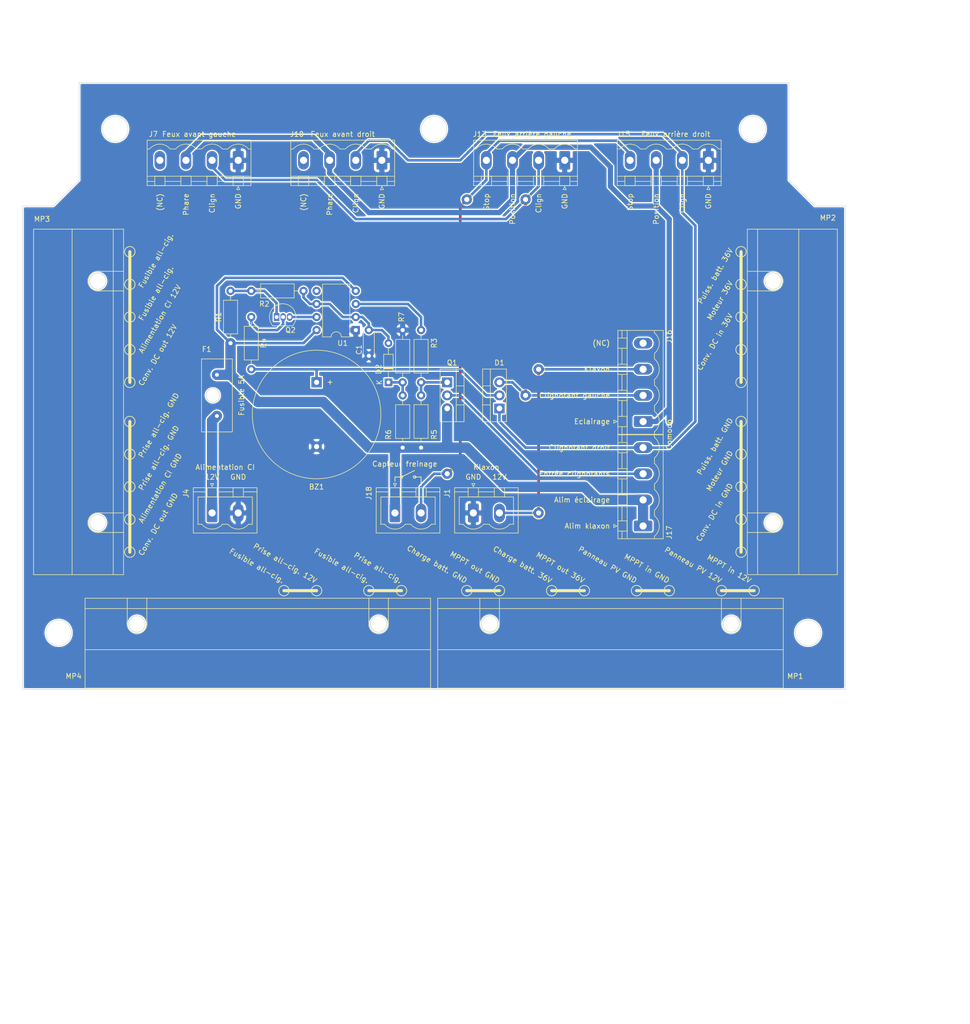
<source format=kicad_pcb>
(kicad_pcb (version 20211014) (generator pcbnew)

  (general
    (thickness 1.6)
  )

  (paper "A4")
  (layers
    (0 "F.Cu" signal)
    (31 "B.Cu" signal)
    (32 "B.Adhes" user "B.Adhesive")
    (33 "F.Adhes" user "F.Adhesive")
    (34 "B.Paste" user)
    (35 "F.Paste" user)
    (36 "B.SilkS" user "B.Silkscreen")
    (37 "F.SilkS" user "F.Silkscreen")
    (38 "B.Mask" user)
    (39 "F.Mask" user)
    (40 "Dwgs.User" user "User.Drawings")
    (41 "Cmts.User" user "User.Comments")
    (42 "Eco1.User" user "User.Eco1")
    (43 "Eco2.User" user "User.Eco2")
    (44 "Edge.Cuts" user)
    (45 "Margin" user)
    (46 "B.CrtYd" user "B.Courtyard")
    (47 "F.CrtYd" user "F.Courtyard")
    (48 "B.Fab" user)
    (49 "F.Fab" user)
    (50 "User.1" user)
    (51 "User.2" user)
    (52 "User.3" user)
    (53 "User.4" user)
    (54 "User.5" user)
    (55 "User.6" user)
    (56 "User.7" user)
    (57 "User.8" user)
    (58 "User.9" user)
  )

  (setup
    (stackup
      (layer "F.SilkS" (type "Top Silk Screen"))
      (layer "F.Paste" (type "Top Solder Paste"))
      (layer "F.Mask" (type "Top Solder Mask") (thickness 0.01))
      (layer "F.Cu" (type "copper") (thickness 0.035))
      (layer "dielectric 1" (type "core") (thickness 1.51) (material "FR4") (epsilon_r 4.5) (loss_tangent 0.02))
      (layer "B.Cu" (type "copper") (thickness 0.035))
      (layer "B.Mask" (type "Bottom Solder Mask") (thickness 0.01))
      (layer "B.Paste" (type "Bottom Solder Paste"))
      (layer "B.SilkS" (type "Bottom Silk Screen"))
      (copper_finish "None")
      (dielectric_constraints no)
    )
    (pad_to_mask_clearance 0)
    (pcbplotparams
      (layerselection 0x00010e0_ffffffff)
      (disableapertmacros false)
      (usegerberextensions false)
      (usegerberattributes true)
      (usegerberadvancedattributes true)
      (creategerberjobfile true)
      (svguseinch false)
      (svgprecision 6)
      (excludeedgelayer true)
      (plotframeref false)
      (viasonmask false)
      (mode 1)
      (useauxorigin false)
      (hpglpennumber 1)
      (hpglpenspeed 20)
      (hpglpendiameter 15.000000)
      (dxfpolygonmode true)
      (dxfimperialunits true)
      (dxfusepcbnewfont true)
      (psnegative false)
      (psa4output false)
      (plotreference true)
      (plotvalue true)
      (plotinvisibletext false)
      (sketchpadsonfab false)
      (subtractmaskfromsilk false)
      (outputformat 1)
      (mirror false)
      (drillshape 0)
      (scaleselection 1)
      (outputdirectory "")
    )
  )

  (net 0 "")
  (net 1 "GND")
  (net 2 "Net-(F1-Pad2)")
  (net 3 "Net-(D1-Pad1)")
  (net 4 "unconnected-(J7-Pad4)")
  (net 5 "unconnected-(J10-Pad4)")
  (net 6 "/Phares")
  (net 7 "Net-(J13-Pad4)")
  (net 8 "Net-(J1-Pad2)")
  (net 9 "/Flasher/Out")
  (net 10 "unconnected-(J17-Pad4)")
  (net 11 "/12V_5A")
  (net 12 "Net-(Q1-Pad1)")
  (net 13 "Net-(C1-Pad1)")
  (net 14 "Net-(D1-Pad3)")
  (net 15 "Net-(Q2-Pad1)")
  (net 16 "unconnected-(U1-Pad5)")
  (net 17 "Net-(Q2-Pad2)")
  (net 18 "/Flasher/Enable")
  (net 19 "Net-(Q2-Pad3)")
  (net 20 "Net-(R3-Pad1)")
  (net 21 "Net-(D2-Pad1)")

  (footprint "circuit:Wago_221-500_SplicingConnectorHolder" (layer "F.Cu") (at 94.615 85.09 90))

  (footprint "circuit:Buzzer_25x16_12.5" (layer "F.Cu") (at 137.16 81.28 -90))

  (footprint "circuit:Strap_D2.0mm_Drill1.0mm" (layer "F.Cu") (at 177.8 45.72))

  (footprint "circuit:Wago_221-500_SplicingConnectorHolder" (layer "F.Cu") (at 125.73 128.27 180))

  (footprint "circuit:Littelfuse_FuseHolder_FL1_178.6764.0001" (layer "F.Cu") (at 117.78 83.82 -90))

  (footprint "circuit:Generic_HeaderSocket_1x02_P5.08mm_Vertical_Open" (layer "F.Cu") (at 116.84 106.68))

  (footprint "Resistor_THT:R_Axial_DIN0207_L6.3mm_D2.5mm_P10.16mm_Horizontal" (layer "F.Cu") (at 157.48 71.12 -90))

  (footprint "circuit:Generic_HeaderSocket_1x04_P5.08mm_Vertical_Open" (layer "F.Cu") (at 185.42 38.1 180))

  (footprint "Package_DIP:DIP-8_W7.62mm" (layer "F.Cu") (at 144.78 71.12 180))

  (footprint "circuit:Strap_D2.0mm_Drill1.0mm" (layer "F.Cu") (at 177.8 83.82))

  (footprint "circuit:Strap_D2.0mm_Drill1.0mm" (layer "F.Cu") (at 180.34 106.68))

  (footprint "circuit:Generic_HeaderSocket_1x04_P5.08mm_Vertical_Open" (layer "F.Cu") (at 213.36 38.1 180))

  (footprint "Package_TO_SOT_THT:TO-220-3_Vertical" (layer "F.Cu") (at 172.72 86.36 90))

  (footprint "Package_TO_SOT_THT:TO-92L_Inline" (layer "F.Cu") (at 129.38 68.58))

  (footprint "circuit:Generic_HeaderSocket_1x04_P5.08mm_Vertical_Open" (layer "F.Cu") (at 121.92 38.1 180))

  (footprint "Resistor_THT:R_Axial_DIN0207_L6.3mm_D2.5mm_P10.16mm_Horizontal" (layer "F.Cu") (at 153.9 81.28 90))

  (footprint "circuit:Generic_HeaderSocket_1x04_P5.08mm_Vertical_Open" (layer "F.Cu") (at 200.66 109.22 90))

  (footprint "Resistor_THT:R_Axial_DIN0207_L6.3mm_D2.5mm_P10.16mm_Horizontal" (layer "F.Cu") (at 157.48 93.98 90))

  (footprint "circuit:Wago_221-500_SplicingConnectorHolder" (layer "F.Cu") (at 225.933 85.09 -90))

  (footprint "Resistor_THT:R_Axial_DIN0207_L6.3mm_D2.5mm_P10.16mm_Horizontal" (layer "F.Cu") (at 124.46 68.58 -90))

  (footprint "Resistor_THT:R_Axial_DIN0207_L6.3mm_D2.5mm_P10.16mm_Horizontal" (layer "F.Cu") (at 153.9 93.99 90))

  (footprint "circuit:Strap_D2.0mm_Drill1.0mm" (layer "F.Cu") (at 162.56 99.06))

  (footprint "Resistor_THT:R_Axial_DIN0207_L6.3mm_D2.5mm_P10.16mm_Horizontal" (layer "F.Cu") (at 120.42 73.66 90))

  (footprint "Resistor_THT:R_Axial_DIN0207_L6.3mm_D2.5mm_P10.16mm_Horizontal" (layer "F.Cu") (at 124.46 63.5))

  (footprint "circuit:Strap_D2.0mm_Drill1.0mm" (layer "F.Cu") (at 180.34 78.74))

  (footprint "Capacitor_THT:C_Disc_D4.3mm_W1.9mm_P5.00mm" (layer "F.Cu") (at 147.32 71.12 -90))

  (footprint "circuit:Strap_D2.0mm_Drill1.0mm" (layer "F.Cu") (at 166.37 45.72))

  (footprint "circuit:Generic_HeaderSocket_1x02_P5.08mm_Vertical_Open" (layer "F.Cu") (at 167.64 106.68))

  (footprint "circuit:Wago_221-500_SplicingConnectorHolder" (layer "F.Cu") (at 194.31 128.27 180))

  (footprint "circuit:Generic_HeaderSocket_1x02_P5.08mm_Vertical_Open" (layer "F.Cu") (at 152.4 106.68))

  (footprint "circuit:Generic_HeaderSocket_1x04_P5.08mm_Vertical_Open" (layer "F.Cu") (at 200.66 88.9 90))

  (footprint "Package_TO_SOT_THT:TO-220-3_Vertical" (layer "F.Cu") (at 162.56 81.28 -90))

  (footprint "circuit:Generic_HeaderSocket_1x04_P5.08mm_Vertical_Open" (layer "F.Cu") (at 149.86 38.1 180))

  (footprint "Diode_THT:D_DO-34_SOD68_P7.62mm_Horizontal" (layer "F.Cu") (at 151.13 81.28 90))

  (gr_circle (center 219.71 55.88) (end 219.71 56.896) (layer "F.SilkS") (width 0.15) (fill none) (tstamp 00cc452e-ba96-4e88-af55-18733b4ebc37))
  (gr_line (start 153.67 99.695) (end 156.21 98.425) (layer "F.SilkS") (width 0.15) (tstamp 037ebb6b-c1e3-482d-a0fb-4947fbe14174))
  (gr_circle (center 222.25 121.793) (end 223.266 121.793) (layer "F.SilkS") (width 0.15) (fill none) (tstamp 055fcf87-c6aa-4d3a-b430-5d09e34b74e5))
  (gr_circle (center 100.838 95.25) (end 100.838 96.266) (layer "F.SilkS") (width 0.15) (fill none) (tstamp 0b32eb5e-cf7d-4f91-a80b-b69cb363145f))
  (gr_circle (center 100.838 68.58) (end 100.838 69.596) (layer "F.SilkS") (width 0.15) (fill none) (tstamp 0d55e7a3-dc43-43c6-9a9a-2009d8d31a46))
  (gr_circle (center 219.71 114.3) (end 219.71 115.316) (layer "F.SilkS") (width 0.15) (fill none) (tstamp 0e0ef8f7-8f11-42c6-a45f-df3b4592f844))
  (gr_circle (center 100.838 88.9) (end 100.838 89.916) (layer "F.SilkS") (width 0.15) (fill none) (tstamp 1c60a30a-615f-448b-a49b-d8cc700366e8))
  (gr_circle (center 219.71 68.58) (end 219.71 69.596) (layer "F.SilkS") (width 0.15) (fill none) (tstamp 1eb217a3-880e-4df2-9811-286c14ac7f74))
  (gr_circle (center 100.838 62.23) (end 100.838 63.246) (layer "F.SilkS") (width 0.15) (fill none) (tstamp 21c33e54-0519-410a-b68d-8ed076ea3b1e))
  (gr_circle (center 219.71 107.95) (end 219.71 108.966) (layer "F.SilkS") (width 0.15) (fill none) (tstamp 22f715ec-100a-4c8e-ab3e-fe94307aa39f))
  (gr_line (start 152.4 99.695) (end 153.67 99.695) (layer "F.SilkS") (width 0.15) (tstamp 2665a517-cfa8-4700-85c7-f742ee9f908d))
  (gr_line (start 219.71 114.3) (end 219.71 88.9) (layer "F.SilkS") (width 0.6) (tstamp 267ab17e-424b-4c5b-bf96-65deaaa5db5d))
  (gr_line (start 166.37 121.793) (end 172.72 121.793) (layer "F.SilkS") (width 0.6) (tstamp 276e2239-1b6d-4c52-a207-9385ed3216ee))
  (gr_circle (center 199.39 121.793) (end 199.39 122.809) (layer "F.SilkS") (width 0.15) (fill none) (tstamp 30a29d66-4141-4259-8081-d6952d8bac58))
  (gr_line (start 152.4 100.584) (end 152.4 99.695) (layer "F.SilkS") (width 0.15) (tstamp 317163f5-2dcf-44f7-ad22-042c6ecaf6a0))
  (gr_circle (center 219.71 88.9) (end 219.71 89.916) (layer "F.SilkS") (width 0.15) (fill none) (tstamp 3415d0f1-a5ec-4da2-977b-59cdf177a34e))
  (gr_circle (center 153.67 99.695) (end 153.67 99.949) (layer "F.SilkS") (width 0.15) (fill none) (tstamp 3ba68855-4f8b-4d02-b57a-7a757e623ac6))
  (gr_line (start 157.48 101.346) (end 157.48 99.695) (layer "F.SilkS") (width 0.15) (tstamp 4884cbfa-0b58-4e04-88a2-8b0679a49cfe))
  (gr_circle (center 172.72 121.793) (end 173.736 121.793) (layer "F.SilkS") (width 0.15) (fill none) (tstamp 4ae8d5b6-ac5e-42d2-b8f3-c8cc021daa80))
  (gr_circle (center 100.838 74.93) (end 100.838 75.946) (layer "F.SilkS") (width 0.15) (fill none) (tstamp 51e3ee0a-facb-4db4-9532-340a50f8f1f2))
  (gr_circle (center 205.74 121.793) (end 206.756 121.793) (layer "F.SilkS") (width 0.15) (fill none) (tstamp 556aaf9d-07f6-43f6-8fc0-4e9785c941f1))
  (gr_circle (center 100.838 114.3) (end 100.838 115.316) (layer "F.SilkS") (width 0.15) (fill none) (tstamp 5bf0cce5-0f16-48e1-8027-73d52d0770a7))
  (gr_line (start 156.21 99.695) (end 157.48 99.695) (layer "F.SilkS") (width 0.15) (tstamp 64594d5f-3d87-4b12-b761-9dd43370d25f))
  (gr_line (start 100.838 114.3) (end 100.838 88.9) (layer "F.SilkS") (width 0.6) (tstamp 6880ab3e-a6aa-4a14-9152-a9eb9358d1fc))
  (gr_circle (center 153.67 121.793) (end 154.686 121.793) (layer "F.SilkS") (width 0.15) (fill none) (tstamp 6a0bff84-e9d8-41a3-aabe-ad4db7905799))
  (gr_circle (center 156.21 99.695) (end 156.21 99.949) (layer "F.SilkS") (width 0.15) (fill none) (tstamp 70832878-fccb-4304-88d0-2e6b8d58c95c))
  (gr_line (start 130.81 121.793) (end 137.16 121.793) (layer "F.SilkS") (width 0.6) (tstamp 762ff740-3b01-4bc8-872a-9874ec8e35e1))
  (gr_circle (center 219.71 74.93) (end 219.71 75.946) (layer "F.SilkS") (width 0.15) (fill none) (tstamp 82d429c8-e93d-4f0a-b38e-c4998fc025d4))
  (gr_circle (center 219.71 101.6) (end 219.71 102.616) (layer "F.SilkS") (width 0.15) (fill none) (tstamp 8c73b2a6-3a37-44e3-a20a-4d59420eda58))
  (gr_circle (center 137.16 121.793) (end 138.176 121.793) (layer "F.SilkS") (width 0.15) (fill none) (tstamp 8c76b169-ab5a-4294-b011-8cc6dbfede52))
  (gr_line (start 147.32 121.793) (end 153.67 121.793) (layer "F.SilkS") (width 0.6) (tstamp 91be0c4d-31d3-4e82-bf1f-77f12a0724d3))
  (gr_circle (center 100.838 81.28) (end 100.838 82.296) (layer "F.SilkS") (width 0.15) (fill none) (tstamp 92debe54-aa60-4d78-93c4-7bed450025c3))
  (gr_circle (center 182.88 121.793) (end 182.88 122.809) (layer "F.SilkS") (width 0.15) (fill none) (tstamp 9e269d91-7d17-4c00-b467-153271320d02))
  (gr_line (start 199.39 121.793) (end 205.74 121.793) (layer "F.SilkS") (width 0.6) (tstamp 9f5f49d5-5120-4673-b032-f8b828707780))
  (gr_circle (center 219.71 81.28) (end 219.71 82.296) (layer "F.SilkS") (width 0.15) (fill none) (tstamp ae522db0-de0e-46c6-a5db-2a3e5dc1e2c8))
  (gr_line (start 182.88 121.793) (end 189.23 121.793) (layer "F.SilkS") (width 0.6) (tstamp b9dd1e64-81b6-4cb3-a41a-714927a1f651))
  (gr_line (start 215.9 121.793) (end 222.25 121.793) (layer "F.SilkS") (width 0.6) (tstamp bd1578a3-4a14-4bd9-bd84-0de04e146746))
  (gr_line (start 219.71 81.28) (end 219.71 55.88) (layer "F.SilkS") (width 0.6) (tstamp c385224b-423f-40f8-919d-7bb5706505b4))
  (gr_circle (center 100.838 55.88) (end 100.838 56.896) (layer "F.SilkS") (width 0.15) (fill none) (tstamp c52275f8-949a-4fec-91e2-a5d4834b2abf))
  (gr_circle (center 189.23 121.793) (end 190.246 121.793) (layer "F.SilkS") (width 0.15) (fill none) (tstamp c623ebf3-b72b-47a6-99f0-44d878243028))
  (gr_circle (center 147.32 121.793) (end 147.32 122.809) (layer "F.SilkS") (width 0.15) (fill none) (tstamp d76ff1a7-35b0-4008-84bc-2c8ee966a14c))
  (gr_circle (center 219.71 95.25) (end 219.71 96.266) (layer "F.SilkS") (width 0.15) (fill none) (tstamp dd06bd11-c251-457b-b962-c3f96bc19116))
  (gr_circle (center 100.838 107.95) (end 100.838 108.966) (layer "F.SilkS") (width 0.15) (fill none) (tstamp e0a52752-2d8f-477c-9516-b9400a50c85b))
  (gr_line (start 100.838 81.28) (end 100.838 55.88) (layer "F.SilkS") (width 0.6) (tstamp e16a7896-6132-41a2-88b1-6a30824e02f1))
  (gr_circle (center 219.71 62.23) (end 219.71 63.246) (layer "F.SilkS") (width 0.15) (fill none) (tstamp e613b6cd-fa9d-4fee-b77c-739df61b24e7))
  (gr_circle (center 130.81 121.793) (end 130.81 122.809) (layer "F.SilkS") (width 0.15) (fill none) (tstamp ec541a50-51a5-45b4-bd93-6dc3c5da4675))
  (gr_circle (center 166.37 121.793) (end 166.37 122.809) (layer "F.SilkS") (width 0.15) (fill none) (tstamp f896295d-a092-487a-b396-fb2265acf685))
  (gr_circle (center 215.9 121.793) (end 215.9 122.809) (layer "F.SilkS") (width 0.15) (fill none) (tstamp f96da55c-37fd-441a-97cf-2faa4effb06f))
  (gr_circle (center 100.838 101.6) (end 100.838 102.616) (layer "F.SilkS") (width 0.15) (fill none) (tstamp ff786ef8-333e-498b-b6d9-09fa2cc3b86f))
  (gr_line (start 80 141) (end 240 141) (layer "Edge.Cuts") (width 0.1) (tstamp 0653d88d-1431-47ec-b679-ea373d096b5c))
  (gr_line (start 91 42) (end 86 47) (layer "Edge.Cuts") (width 0.1) (tstamp 20031590-d6a9-4d4d-aeb2-12d6c03d848d))
  (gr_line (start 80 47) (end 80 141) (layer "Edge.Cuts") (width 0.1) (tstamp 309b270e-f689-4205-9d34-2966e857793a))
  (gr_circle (center 87 130) (end 89.5 130) (layer "Edge.Cuts") (width 0.1) (fill none) (tstamp 43cf023a-673f-4b08-b14a-43b91729bb37))
  (gr_line (start 86 47) (end 80 47) (layer "Edge.Cuts") (width 0.1) (tstamp 67fc2518-2259-460f-b3b5-dc49255b47ce))
  (gr_circle (center 222 32) (end 224.5 32) (layer "Edge.Cuts") (width 0.1) (fill none) (tstamp 7c84e804-2669-48e9-8498-0ddf9cef9af0))
  (gr_line (start 240 141) (end 240 47) (layer "Edge.Cuts") (width 0.1) (tstamp 835448c7-ec80-4766-a6c1-a5a582a55684))
  (gr_circle (center 160 32) (end 162.5 32) (layer "Edge.Cuts") (width 0.1) (fill none) (tstamp 92154e08-d994-48f9-9e8c-d5dd06f6c221))
  (gr_circle (center 232.75 130) (end 235.25 130) (layer "Edge.Cuts") (width 0.1) (fill none) (tstamp b2b82a23-b42f-4ec9-8661-2a738d992aa5))
  (gr_line (start 229 42) (end 229 23) (layer "Edge.Cuts") (width 0.1) (tstamp bc28053b-c624-471c-bafd-fe221ed3a78b))
  (gr_line (start 240 47) (end 234 47) (layer "Edge.Cuts") (width 0.1) (tstamp dc7f8437-4519-40a8-853e-b8c64fff5080))
  (gr_line (start 234 47) (end 229 42) (layer "Edge.Cuts") (width 0.1) (tstamp df39f544-6a68-4dec-9837-3610e712e7fc))
  (gr_line (start 91 23) (end 91 42) (layer "Edge.Cuts") (width 0.1) (tstamp e7d07347-8f92-4757-b77d-096737c09350))
  (gr_circle (center 98 32) (end 100.5 32) (layer "Edge.Cuts") (width 0.1) (fill none) (tstamp ecd44fcf-7600-4862-8d5d-c0c911b04b7f))
  (gr_line (start 229 23) (end 91 23) (layer "Edge.Cuts") (width 0.1) (tstamp f1732b78-e412-478b-a411-26b6d186de6e))
  (gr_circle (center 87 155) (end 91.25 155) (layer "User.1") (width 0.15) (fill none) (tstamp 0f5c4b30-c0ff-4ea9-8609-d16608af6988))
  (gr_circle (center 135 32) (end 137.5 32) (layer "User.1") (width 0.15) (fill none) (tstamp 0f919cdd-a5f3-4b85-a8b8-f7065671d670))
  (gr_circle (center 87 155) (end 89.5 155) (layer "User.1") (width 0.15) (fill none) (tstamp 1187039d-a799-4aed-80bb-8527df2487de))
  (gr_line (start 242 43) (end 242 163) (layer "User.1") (width 0.15) (tstamp 1239a899-2d86-437c-a7c6-a45c750b797b))
  (gr_circle (center 232.75 105) (end 235.25 105) (layer "User.1") (width 0.15) (fill none) (tstamp 1a01cc57-ad0b-4768-9efd-187cae7f663b))
  (gr_line (start 90 21) (end 90 36) (layer "User.1") (width 0.15) (tstamp 1a205cc7-d510-4f63-9e52-660d5e978809))
  (gr_circle (center 87 105) (end 91.25 105) (layer "User.1") (width 0.15) (fill none) (tstamp 1a78e0d8-e7a6-4444-9d43-305bebf0cf56))
  (gr_circle (center 160 32) (end 162.5 32) (layer "User.1") (width 0.15) (fill none) (tstamp 264f73fc-8dd8-4ffe-b620-caf2bcdd322e))
  (gr_circle (center 222 32) (end 224.5 32) (layer "User.1") (width 0.15) (fill none) (tstamp 2b112852-55b9-41a2-a3ef-e24676023acd))
  (gr_circle (center 87 180) (end 91.25 180) (layer "User.1") (width 0.15) (fill none) (tstamp 4204a84a-3d76-439d-8018-f4a035974e78))
  (gr_circle (center 87 130) (end 91.25 130) (layer "User.1") (width 0.15) (fill none) (tstamp 44005962-93be-4e03-8c07-87281a28b9fb))
  (gr_line (start 83 43) (end 78 43) (layer "User.1") (width 0.15) (tstamp 48e1d1b8-ab30-404d-aefc-b1a414460db6))
  (gr_line (start 78 43) (end 78 188) (layer "User.1") (width 0.15) (tstamp 4a3f2107-acc7-4455-bbbc-54a90e7549f4))
  (gr_line (start 90 21) (end 230 21) (layer "User.1") (width 0.15) (tstamp 4f3a241b-e1fa-44ba-995d-472ab6a8a7da))
  (gr_circle (center 87 180) (end 89.5 180) (layer "User.1") (width 0.15) (fill none) (tstamp 5911e315-9086-4ea4-b100-a6cc3b412ae5))
  (gr_arc (start 90 36) (mid 87.949747 40.949747) (end 83 43) (layer "User.1") (width 0.15) (tstamp 62208b62-981d-42be-898b-3543ec11d659))
  (gr_circle (center 160 32) (end 164.25 32) (layer "User.1") (width 0.15) (fill none) (tstamp 658f95df-7b3b-48f7-be1d-684044b56f9f))
  (gr_line (start 230 21) (end 230 36) (layer "User.1") (width 0.15) (tstamp 6692528d-58f8-4b01-ac3c-7651e6ca5eea))
  (gr_circle (center 232.75 80) (end 235.25 80) (layer "User.1") (width 0.15) (fill none) (tstamp 75826842-2327-4882-af6a-114172afc13b))
  (gr_circle (center 232.75 155) (end 235.25 155) (layer "User.1") (width 0.15) (fill none) (tstamp 8dccfcf9-b88f-41aa-b66b-945685b832c3))
  (gr_circle (center 87 80) (end 91.25 80) (layer "User.1") (width 0.15) (fill none) (tstamp a741b79d-ac66-48a9-a0da-f739ddfced6a))
  (gr_circle (center 185 32) (end 187.5 32) (layer "User.1") (width 0.15) (fill none) (tstamp aac84f6c-2493-4c35-9477-e988a1ece973))
  (gr_circle (center 98 32) (end 100.5 32) (layer "User.1") (width 0.15) (fill none) (tstamp ae61a4b0-e515-44a3-92b6-f5d1dcc89944))
  (gr_circle (center 98 32) (end 102.25 32) (layer "User.1") (width 0.15) (fill none) (tstamp b09ec139-0651-49b2-a3a3-6395ebbac469))
  (gr_circle (center 87 105) (end 89.5 105) (layer "User.1") (width 0.15) (fill none) (tstamp b12fbd96-ec89-40f3-8ea6-7be107c04398))
  (gr_line (start 160 7) (end 160 206) (layer "User.1") (width 0.15) (tstamp b6eb511e-f5bb-477b-b69e-50bd8fb100ce))
  (gr_circle (center 232.75 130) (end 235.25 130) (layer "User.1") (width 0.15) (fill none) (tstamp c1525c32-1058-4cf5-aa1a-e138a5a4b5b2))
  (gr_line (start 237 43) (end 242 43) (layer "User.1") (width 0.15) (tstamp c73c8e13-2851-4594-a8a7-840c2e0784c7))
  (gr_circle (center 87 130) (end 89.5 130) (layer "User.1") (width 0.15) (fill none) (tstamp d113f4b7-e73f-41bc-816a-0266cd4f8b6f))
  (gr_circle (center 232.75 130) (end 237 130) (layer "User.1") (width 0.15) (fill none) (tstamp d1e346f7-67b2-4e96-9643-bb89e93d9347))
  (gr_circle (center 232.75 155) (end 237 155) (layer "User.1") (width 0.15) (fill none) (tstamp d60b1a57-bfdf-46a1-9f32-9d7351a4f600))
  (gr_circle (center 222 32) (end 226.25 32) (layer "User.1") (width 0.15) (fill none) (tstamp dd04b9a4-26a8-441a-adfc-8ac57ccb3efe))
  (gr_circle (center 185 32) (end 189.25 32) (layer "User.1") (width 0.15) (fill none) (tstamp e1049270-13c8-4f71-b883-047d43869287))
  (gr_arc (start 237 43) (mid 232.050253 40.949747) (end 230 36) (layer "User.1") (width 0.15) (tstamp e18936a6-6e7e-40af-b712-e6e714d4b524))
  (gr_circle (center 232.75 105) (end 237 105) (layer "User.1") (width 0.15) (fill none) (tstamp e7ec4d15-a00e-4bef-8318-ce0ae032ba25))
  (gr_circle (center 232.75 80) (end 237 80) (layer "User.1") (width 0.15) (fill none) (tstamp f31eeece-87f6-4d1e-9a52-ea66eb6c03be))
  (gr_circle (center 87 80) (end 89.5 80) (layer "User.1") (width 0.15) (fill none) (tstamp f42b4609-f3c3-4d9e-9563-fbe07d08a488))
  (gr_circle (center 135 32) (end 139.25 32) (layer "User.1") (width 0.15) (fill none) (tstamp f52d5de7-6b32-4026-b1e0-77dc04b7263d))
  (gr_text "Entrée clignotants" (at 194.31 99.06) (layer "F.SilkS") (tstamp 009327c0-15ee-46e8-892a-58efec518749)
    (effects (font (size 1 1) (thickness 0.15)) (justify right))
  )
  (gr_text "Puiss. batt. 36V" (at 217.805 55.245 60) (layer "F.SilkS") (tstamp 0179d269-e1dc-4937-a3ba-dc7abdc5a4b8)
    (effects (font (size 1 1) (thickness 0.15)) (justify right))
  )
  (gr_text "Capteur freinage" (at 154.305 97.155) (layer "F.SilkS") (tstamp 10f0e3a0-addc-4d65-a2d4-724846e23a5f)
    (effects (font (size 1 1) (thickness 0.15)))
  )
  (gr_text "MPPT in GND" (at 205.74 120.015 330) (layer "F.SilkS") (tstamp 12b35428-8b71-4e7d-bfce-e55e30306b03)
    (effects (font (size 1 1) (thickness 0.15)) (justify right))
  )
  (gr_text "GND" (at 167.64 99.695) (layer "F.SilkS") (tstamp 12d9dba3-877d-4c21-a5de-a6d93121bc35)
    (effects (font (size 1 1) (thickness 0.15)))
  )
  (gr_text "MPPT out 36V" (at 189.23 120.015 330) (layer "F.SilkS") (tstamp 13bbd547-101b-46f3-94a0-1df1740595c5)
    (effects (font (size 1 1) (thickness 0.15)) (justify right))
  )
  (gr_text "Fusible 5A" (at 122.555 83.82 90) (layer "F.SilkS") (tstamp 1544f11d-aee5-4f7d-8a2a-3a2ade2a123d)
    (effects (font (size 1 1) (thickness 0.15)))
  )
  (gr_text "Klaxon" (at 170.18 97.79) (layer "F.SilkS") (tstamp 181f8ef5-8c40-480c-9ede-6f3c7b5ce2ff)
    (effects (font (size 1 1) (thickness 0.15)))
  )
  (gr_text "GND" (at 121.92 99.695) (layer "F.SilkS") (tstamp 184e2e09-0552-4371-9e84-9ca65c6d6146)
    (effects (font (size 1 1) (thickness 0.15)))
  )
  (gr_text "Charge batt. 36V" (at 182.88 120.015 330) (layer "F.SilkS") (tstamp 2069bd85-f5ab-4eeb-82ac-ac9ee9e228da)
    (effects (font (size 1 1) (thickness 0.15)) (justify right))
  )
  (gr_text "Prise all-cig. 12V" (at 137.16 120.015 330) (layer "F.SilkS") (tstamp 21b0bf50-46d5-4c49-8311-ed3f6264e51e)
    (effects (font (size 1 1) (thickness 0.15)) (justify right))
  )
  (gr_text "MPPT out GND" (at 172.72 120.015 330) (layer "F.SilkS") (tstamp 29a589e5-3dc9-406d-8d03-2e70186b2e09)
    (effects (font (size 1 1) (thickness 0.15)) (justify right))
  )
  (gr_text "Clignotant droit" (at 194.31 93.98) (layer "F.SilkS") (tstamp 29d90419-1132-4a2b-970e-b0eccfab1cf9)
    (effects (font (size 1 1) (thickness 0.15)) (justify right))
  )
  (gr_text "GND" (at 121.92 44.45 90) (layer "F.SilkS") (tstamp 2c926ee1-e3c9-40cf-95b9-6c82dc648463)
    (effects (font (size 1 1) (thickness 0.15)) (justify right))
  )
  (gr_text "GND" (at 149.86 44.45 90) (layer "F.SilkS") (tstamp 33c457be-7434-4972-9b74-59a2a75dfe1f)
    (effects (font (size 1 1) (thickness 0.15)) (justify right))
  )
  (gr_text "12V" (at 172.72 99.695) (layer "F.SilkS") (tstamp 3464ffab-61f6-4506-aa32-74780900afde)
    (effects (font (size 1 1) (thickness 0.15)))
  )
  (gr_text "Conv. DC in GND" (at 217.805 100.965 60) (layer "F.SilkS") (tstamp 354f4214-25cc-4c1c-af90-691b93e325f6)
    (effects (font (size 1 1) (thickness 0.15)) (justify right))
  )
  (gr_text "Fusible all-cig." (at 147.32 120.015 330) (layer "F.SilkS") (tstamp 36a31b89-4d85-42e0-a55c-c839a34f9025)
    (effects (font (size 1 1) (thickness 0.15)) (justify right))
  )
  (gr_text "Fusible all-cig." (at 130.81 120.015 330) (layer "F.SilkS") (tstamp 39e7c3a6-7728-4532-abb1-94c7cefee84c)
    (effects (font (size 1 1) (thickness 0.15)) (justify right))
  )
  (gr_text "Conv. DC out 12V" (at 102.87 81.915 60) (layer "F.SilkS") (tstamp 4430018d-167b-42c4-88a6-aec09ab96fc1)
    (effects (font (size 1 1) (thickness 0.15)) (justify left))
  )
  (gr_text "Feux avant gauche" (at 114.3 33.02) (layer "F.SilkS") (tstamp 479e96c7-febe-46ff-b0f9-4ff5069df68d)
    (effects (font (size 1 1) (thickness 0.15)))
  )
  (gr_text "Feux arrière gauche" (at 179.07 33.02) (layer "F.SilkS") (tstamp 5050200a-ec68-42b1-b377-093dec82d41a)
    (effects (font (size 1 1) (thickness 0.15)))
  )
  (gr_text "Clign" (at 180.34 44.45 90) (layer "F.SilkS") (tstamp 5a15157a-7512-4e5c-84d4-469b0cf5e59f)
    (effects (font (size 1 1) (thickness 0.15)) (justify right))
  )
  (gr_text "Clignotant gauche" (at 194.31 83.82) (layer "F.SilkS") (tstamp 5fdd986d-182f-4920-a3f2-bb498f06298c)
    (effects (font (size 1 1) (thickness 0.15)) (justify right))
  )
  (gr_text "Panneau PV GND" (at 199.39 120.015 330) (layer "F.SilkS") (tstamp 61f9941f-5166-4352-a2f2-5b11a6cad889)
    (effects (font (size 1 1) (thickness 0.15)) (justify right))
  )
  (gr_text "Alimentation CI 12V" (at 102.87 75.565 60) (layer "F.SilkS") (tstamp 65a57779-4789-40b5-bd5a-fe715e8093a8)
    (effects (font (size 1 1) (thickness 0.15)) (justify left))
  )
  (gr_text "12V" (at 116.84 99.695) (layer "F.SilkS") (tstamp 67d847b8-f92c-4347-addf-84d787c4ca95)
    (effects (font (size 1 1) (thickness 0.15)))
  )
  (gr_text "Prise all-cig. GND" (at 102.87 95.885 60) (layer "F.SilkS") (tstamp 6eff0d18-74e4-4ad2-b719-69c3c845f121)
    (effects (font (size 1 1) (thickness 0.15)) (justify left))
  )
  (gr_text "Clign" (at 208.28 44.45 90) (layer "F.SilkS") (tstamp 700b58be-56ba-4cb7-a015-f3877f13d200)
    (effects (font (size 1 1) (thickness 0.15)) (justify right))
  )
  (gr_text "Alimentation CI GND" (at 102.87 108.585 60) (layer "F.SilkS") (tstamp 71182d09-709a-47f7-b7f3-dac75ae64276)
    (effects (font (size 1 1) (thickness 0.15)) (justify left))
  )
  (gr_text "Charge batt. GND" (at 166.37 120.015 330) (layer "F.SilkS") (tstamp 714110b5-09b5-4edb-8143-6d8636562c61)
    (effects (font (size 1 1) (thickness 0.15)) (justify right))
  )
  (gr_text "Stop" (at 170.18 44.45 90) (layer "F.SilkS") (tstamp 722c265d-2783-4131-9fa5-c3608639bdec)
    (effects (font (size 1 1) (thickness 0.15)) (justify right))
  )
  (gr_text "Prise all-cig. GND" (at 102.87 102.235 60) (layer "F.SilkS") (tstamp 7672544e-9c7f-4530-bed9-ccbf1fc792e2)
    (effects (font (size 1 1) (thickness 0.15)) (justify left))
  )
  (gr_text "(NC)" (at 134.62 44.45 90) (layer "F.SilkS") (tstamp 81670fe2-cb26-430f-b727-4812bc9dcec2)
    (effects (font (size 1 1) (thickness 0.15)) (justify right))
  )
  (gr_text "Clign" (at 144.78 44.45 90) (layer "F.SilkS") (tstamp 85a06cc9-afdf-41f7-b124-edeaa893efac)
    (effects (font (size 1 1) (thickness 0.15)) (justify right))
  )
  (gr_text "Clign" (at 116.84 44.45 90) (layer "F.SilkS") (tstamp 8e752887-0b98-4c6b-b65f-b332ae9a9362)
    (effects (font (size 1 1) (thickness 0.15)) (justify right))
  )
  (gr_text "Feux arrière droit" (at 207.01 33.02) (layer "F.SilkS") (tstamp 922a98d4-aa77-4c67-b89f-e480c6ae99db)
    (effects (font (size 1 1) (thickness 0.15)))
  )
  (gr_text "Fusible all-cig." (at 102.87 69.215 60) (layer "F.SilkS") (tstamp 93c27926-85d0-4404-b295-380ef1e37ac5)
    (effects (font (size 1 1) (thickness 0.15)) (justify left))
  )
  (gr_text "Position" (at 175.26 44.45 90) (layer "F.SilkS") (tstamp 9403f260-da8c-45a7-9c0e-fdad94d66a10)
    (effects (font (size 1 1) (thickness 0.15)) (justify right))
  )
  (gr_text "Phare" (at 139.7 44.45 90) (layer "F.SilkS") (tstamp 94258d65-465f-472b-ac8e-490f605ed077)
    (effects (font (size 1 1) (thickness 0.15)) (justify right))
  )
  (gr_text "Moteur GND" (at 217.805 94.615 60) (layer "F.SilkS") (tstamp 9a6087f4-bc8b-43cd-8846-40fb689372eb)
    (effects (font (size 1 1) (thickness 0.15)) (justify right))
  )
  (gr_text "Alim éclairage" (at 194.31 104.14) (layer "F.SilkS") (tstamp ac9c7750-93d2-41f0-97bd-67093134d658)
    (effects (font (size 1 1) (thickness 0.15)) (justify right))
  )
  (gr_text "MPPT in 12V" (at 221.615 120.015 330) (layer "F.SilkS") (tstamp ae97602b-c29e-4540-95a0-a90ab7fb8a31)
    (effects (font (size 1 1) (thickness 0.15)) (justify right))
  )
  (gr_text "Feux avant droit" (at 142.24 33.02) (layer "F.SilkS") (tstamp b2f15d2e-8ab4-4101-9c07-858be9e8e3b8)
    (effects (font (size 1 1) (thickness 0.15)))
  )
  (gr_text "Eclairage" (at 194.31 88.9) (layer "F.SilkS") (tstamp be57702c-5815-47a9-b9b9-e783c8223dc9)
    (effects (font (size 1 1) (thickness 0.15)) (justify right))
  )
  (gr_text "Phare" (at 111.76 44.45 90) (layer "F.SilkS") (tstamp bf17cf21-f1a8-4a6b-80a7-084e7c3b2eb1)
    (effects (font (size 1 1) (thickness 0.15)) (justify right))
  )
  (gr_text "Panneau PV 12V" (at 215.9 120.015 330) (layer "F.SilkS") (tstamp c002088f-cfde-4354-822c-968e274e8262)
    (effects (font (size 1 1) (thickness 0.15)) (justify right))
  )
  (gr_text "Stop" (at 198.12 44.45 90) (layer "F.SilkS") (tstamp c097cb44-de61-4987-b402-80ee892def3d)
    (effects (font (size 1 1) (thickness 0.15)) (justify right))
  )
  (gr_text "Moteur 36V" (at 217.805 61.595 60) (layer "F.SilkS") (tstamp c343e982-c378-429e-a351-6bb7a503e83b)
    (effects (font (size 1 1) (thickness 0.15)) (justify right))
  )
  (gr_text "(NC)" (at 194.31 73.66) (layer "F.SilkS") (tstamp c37607ba-c9a9-4b49-9c6b-40e258059f1a)
    (effects (font (size 1 1) (thickness 0.15)) (justify right))
  )
  (gr_text "Klaxon" (at 194.31 78.74) (layer "F.SilkS") (tstamp c62e4f50-4d66-4232-b6e1-c4686e60ff45)
    (effects (font (size 1 1) (thickness 0.15)) (justify right))
  )
  (gr_text "Alimentation CI" (at 119.38 97.79) (layer "F.SilkS") (tstamp d185276d-52f9-43b2-b205-1ad3d64318ab)
    (effects (font (size 1 1) (thickness 0.15)))
  )
  (gr_text "Conv. DC in 36V" (at 217.805 67.945 60) (layer "F.SilkS") (tstamp d6b3a406-6bda-477d-9ab9-2d46febf82b0)
    (effects (font (size 1 1) (thickness 0.15)) (justify right))
  )
  (gr_text "Alim klaxon" (at 194.31 109.22) (layer "F.SilkS") (tstamp d6dba4b6-cc89-47bc-8a8e-f65dc0b05f49)
    (effects (font (size 1 1) (thickness 0.15)) (justify right))
  )
  (gr_text "Conv. DC out GND" (at 102.87 114.935 60) (layer "F.SilkS") (tstamp d76d4d60-7c6c-4800-9139-422dfceee3ab)
    (effects (font (size 1 1) (thickness 0.15)) (justify left))
  )
  (gr_text "Position" (at 203.2 44.45 90) (layer "F.SilkS") (tstamp d996caa2-9490-43a7-b6d5-be6ef90f2813)
    (effects (font (size 1 1) (thickness 0.15)) (justify right))
  )
  (gr_text "Fusible all-cig." (at 102.87 62.865 60) (layer "F.SilkS") (tstamp dab41d0b-79b2-4449-b22f-6c5c4e5e953e)
    (effects (font (size 1 1) (thickness 0.15)) (justify left))
  )
  (gr_text "Comodo" (at 205.74 91.44 90) (layer "F.SilkS") (tstamp dbb9f5e6-2e8f-4c85-afe4-940d2c33e0c6)
    (effects (font (size 1 1) (thickness 0.15)))
  )
  (gr_text "(NC)" (at 106.68 44.45 90) (layer "F.SilkS") (tstamp e6c921ac-e5b4-4c56-a84a-39691a60427d)
    (effects (font (size 1 1) (thickness 0.15)) (justify right))
  )
  (gr_text "GND" (at 213.36 44.45 90) (layer "F.SilkS") (tstamp f06d498b-d592-47e6-b472-036a273bf9fc)
    (effects (font (size 1 1) (thickness 0.15)) (justify right))
  )
  (gr_text "Puiss. batt. GND" (at 217.805 88.265 60) (layer "F.SilkS") (tstamp f2a68f75-7097-4d14-aa83-0930ed3879c2)
    (effects (font (size 1 1) (thickness 0.15)) (justify right))
  )
  (gr_text "Prise all-cig." (at 153.67 120.015 330) (layer "F.SilkS") (tstamp f5ae01be-f92f-46e1-93d8-12890137dba7)
    (effects (font (size 1 1) (thickness 0.15)) (justify right))
  )
  (gr_text "GND" (at 185.42 44.45 90) (layer "F.SilkS") (tstamp f9a58e77-e2ef-4d43-91c6-174b5c2ccb7e)
    (effects (font (size 1 1) (thickness 0.15)) (justify right))
  )
  (dimension (type aligned) (layer "User.1") (tstamp 0035fa16-c9af-4d2c-a2ef-033a86cc4bcf)
    (pts (xy 80 141) (xy 240 141))
    (height 6.999999)
    (gr_text "160.0000 mm" (at 160 146.849999) (layer "User.1") (tstamp d01549b2-20e0-4861-91d6-e9ebb533a8bb)
      (effects (font (size 1 1) (thickness 0.15)))
    )
    (format (units 3) (units_format 1) (precision 4))
    (style (thickness 0.15) (arrow_length 1.27) (text_position_mode 0) (extension_height 0.58642) (extension_offset 0.5) keep_text_aligned)
  )
  (dimension (type aligned) (layer "User.1") (tstamp 03426b10-ad1d-4288-bae0-a6ccecdb1952)
    (pts (xy 240 141) (xy 240 23))
    (height 20)
    (gr_text "118.0000 mm" (at 258.85 82 90) (layer "User.1") (tstamp 69b3ac8a-9cf7-4cf7-b79f-8b0ecbcad0e0)
      (effects (font (size 1 1) (thickness 0.15)))
    )
    (format (units 3) (units_format 1) (precision 4))
    (style (thickness 0.15) (arrow_length 1.27) (text_position_mode 0) (extension_height 0.58642) (extension_offset 0.5) keep_text_aligned)
  )

  (segment (start 116.84 88.76) (end 117.78 87.82) (width 2.032) (layer "B.Cu") (net 2) (tstamp 5c00ef32-89e2-4b31-b097-14aee8989fe3))
  (segment (start 116.84 106.68) (end 116.84 88.76) (width 2.032) (layer "B.Cu") (net 2) (tstamp bbbcfb12-5a4f-4946-9dfa-822d6c963ee0))
  (segment (start 210.82 50.8) (end 208.28 48.26) (width 0.508) (layer "B.Cu") (net 3) (tstamp 1b921b25-88cb-4918-812a-814dba16b83d))
  (segment (start 204.47 33.02) (end 208.28 36.83) (width 0.508) (layer "B.Cu") (net 3) (tstamp 2dd452d7-b1f8-4e10-8971-99db9d92fefc))
  (segment (start 205.74 93.98) (end 210.82 88.9) (width 0.508) (layer "B.Cu") (net 3) (tstamp 3db9e9fc-3beb-4a38-987c-aaff53aead3e))
  (segment (start 200.66 93.98) (end 205.74 93.98) (width 0.508) (layer "B.Cu") (net 3) (tstamp 44cf37a4-6091-430a-a5f3-92795cd23829))
  (segment (start 170.18 33.02) (end 204.47 33.02) (width 0.508) (layer "B.Cu") (net 3) (tstamp 44e096fa-01d3-45c8-bce1-75e815a21b5d))
  (segment (start 172.72 88.9) (end 177.8 93.98) (width 0.508) (layer "B.Cu") (net 3) (tstamp 5b587f90-2ad8-407c-9476-dfad5d3d8252))
  (segment (start 147.32 34.29) (end 151.13 34.29) (width 0.508) (layer "B.Cu") (net 3) (tstamp 7475eae6-4e62-45aa-9e3f-3d0aeb162b34))
  (segment (start 208.28 48.26) (end 208.28 38.1) (width 0.508) (layer "B.Cu") (net 3) (tstamp 8fa46372-5373-4519-903c-f7451bf40086))
  (segment (start 172.72 88.9) (end 172.72 86.36) (width 0.508) (layer "B.Cu") (net 3) (tstamp a692b0f7-add8-4118-ae2f-a8afd0a941ca))
  (segment (start 154.94 38.1) (end 165.1 38.1) (width 0.508) (layer "B.Cu") (net 3) (tstamp bb500cd1-df63-4a8a-a6c1-491925d03c4d))
  (segment (start 144.78 36.83) (end 147.32 34.29) (width 0.508) (layer "B.Cu") (net 3) (tstamp bd72b318-ec97-4b45-b635-0b7c4862c067))
  (segment (start 151.13 34.29) (end 154.94 38.1) (width 0.508) (layer "B.Cu") (net 3) (tstamp c5ce04a0-7f13-4adc-ab0a-6290e7e64072))
  (segment (start 210.82 88.9) (end 210.82 50.8) (width 0.508) (layer "B.Cu") (net 3) (tstamp c66272a9-8144-4655-9482-feef65d0bb58))
  (segment (start 200.66 93.98) (end 177.8 93.98) (width 0.508) (layer "B.Cu") (net 3) (tstamp d02ee71b-f32a-4785-b7c1-5c1bfa3a05ae))
  (segment (start 165.1 38.1) (end 170.18 33.02) (width 0.508) (layer "B.Cu") (net 3) (tstamp d36c715a-5f35-4d35-9d3f-e191345b42e9))
  (segment (start 194.31 41.91) (end 194.31 39.37) (width 1.016) (layer "B.Cu") (net 6) (tstamp 136e7adb-24de-40e4-a08f-a71f87db3273))
  (segment (start 198.12 46.99) (end 194.31 43.18) (width 1.016) (layer "B.Cu") (net 6) (tstamp 2662ea01-6fbd-4f2d-a0a0-644c1791e8f3))
  (segment (start 139.7 38.1) (end 139.7 40.64) (width 1.016) (layer "B.Cu") (net 6) (tstamp 2b17873e-7437-4280-a529-9606d90c1d62))
  (segment (start 114.935 33.655) (end 111.76 36.83) (width 1.016) (layer "B.Cu") (net 6) (tstamp 3d5501c3-d436-46c6-b336-e7478f6a83a8))
  (segment (start 139.7 40.64) (end 147.32 48.26) (width 1.016) (layer "B.Cu") (net 6) (tstamp 52491663-961e-46c8-93a4-3dc8f25dda6d))
  (segment (start 175.26 45.72) (end 175.26 38.1) (width 1.016) (layer "B.Cu") (net 6) (tstamp 54c9c50e-74ef-4e83-893e-4573741295be))
  (segment (start 203.2 88.9) (end 205.74 86.36) (width 1.016) (layer "B.Cu") (net 6) (tstamp 6774140c-9a0c-4615-b386-eb35be025a0a))
  (segment (start 187.96 35.56) (end 190.5 35.56) (width 1.016) (layer "B.Cu") (net 6) (tstamp 88015b4e-075e-42b1-af65-7d9184e71205))
  (segment (start 172.72 48.26) (end 175.26 45.72) (width 1.016) (layer "B.Cu") (net 6) (tstamp 889f7256-524b-49dc-8fe5-e18d3f50fbac))
  (segment (start 203.2 46.99) (end 198.12 46.99) (width 1.016) (layer "B.Cu") (net 6) (tstamp 8ca85959-c585-4636-8e94-211ed30eed30))
  (segment (start 203.2 46.99) (end 203.2 36.83) (width 1.016) (layer "B.Cu") (net 6) (tstamp 8f95b7ff-5c40-410e-8fcc-a6c2474a9457))
  (segment (start 147.32 48.26) (end 172.72 48.26) (width 1.016) (layer "B.Cu") (net 6) (tstamp ac38ed15-20e0-4977-97b2-637a87251502))
  (segment (start 177.8 35.56) (end 187.96 35.56) (width 1.016) (layer "B.Cu") (net 6) (tstamp b3022b08-8fe2-4757-8090-2eeedbfa64e4))
  (segment (start 136.525 33.655) (end 114.935 33.655) (width 1.016) (layer "B.Cu") (net 6) (tstamp b591f126-4fe3-4834-8399-93bbc4d6fc43))
  (segment (start 205.74 88.9) (end 205.74 49.53) (width 1.016) (layer "B.Cu") (net 6) (tstamp b823fdaf-2e18-4f35-819f-34ff4c334e8e))
  (segment (start 190.5 35.56) (end 194.31 39.37) (width 1.016) (layer "B.Cu") (net 6) (tstamp c30962ea-f116-4a11-a534-f0c5c3023b4c))
  (segment (start 194.31 43.18) (end 194.31 41.91) (width 1.016) (layer "B.Cu") (net 6) (tstamp d502e058-2121-4fff-a06f-6df6c2f5b0b4))
  (segment (start 175.26 38.1) (end 177.8 35.56) (width 1.016) (layer "B.Cu") (net 6) (tstamp e2bb828a-feca-4a21-ae95-becd41e897d5))
  (segment (start 139.7 36.83) (end 136.525 33.655) (width 1.016) (layer "B.Cu") (net 6) (tstamp e49662c9-68a1-4ca9-beb9-4bc781367078))
  (segment (start 205.74 49.53) (end 203.2 46.99) (width 1.016) (layer "B.Cu") (net 6) (tstamp e85e19ec-d881-433c-aa7c-a3e4a463b4bb))
  (segment (start 200.66 88.9) (end 203.2 88.9) (width 1.016) (layer "B.Cu") (net 6) (tstamp f03355a0-66a5-46ba-a49c-00b2db935e2e))
  (segment (start 162.56 99.06) (end 165.1 96.52) (width 0.508) (layer "F.Cu") (net 7) (tstamp 27d16c51-9e54-4d3d-ae00-b2f13e6428b1))
  (segment (start 165.1 54.61) (end 165.1 48.26) (width 0.508) (layer "F.Cu") (net 7) (tstamp 3ddf0c68-3ab4-4197-b7b0-cc403440ef67))
  (segment (start 165.1 60.96) (end 165.1 54.61) (width 0.508) (layer "F.Cu") (net 7) (tstamp 5f31ef30-7263-4c2b-8a1f-e7ed9bf708d9))
  (segment (start 165.1 96.52) (end 165.1 60.96) (width 0.508) (layer "F.Cu") (net 7) (tstamp d4045c67-63a2-4ab2-8e17-2819a0af7abc))
  (segment (start 166.37 45.72) (end 165.1 46.99) (width 0.508) (layer "F.Cu") (net 7) (tstamp d7dd728e-e886-48a1-b9d3-d8e0fcb6106e))
  (segment (start 165.1 46.99) (end 165.1 48.26) (width 0.508) (layer "F.Cu") (net 7) (tstamp e3e4f06e-3d9b-42cb-bbdb-a05b7574adcb))
  (segment (start 170.18 41.91) (end 170.18 38.1) (width 0.508) (layer "B.Cu") (net 7) (tstamp 2544ab90-702a-4571-baca-20aad00ca95b))
  (segment (start 195.58 34.29) (end 172.72 34.29) (width 0.508) (layer "B.Cu") (net 7) (tstamp 2f7a65ea-c29d-471b-8a76-f3defab37a87))
  (segment (start 198.12 36.83) (end 195.58 34.29) (width 0.508) (layer "B.Cu") (net 7) (tstamp 514744ec-c715-479f-a10c-a056c30aa657))
  (segment (start 157.48 106.68) (end 157.48 101.6) (width 0.508) (layer "B.Cu") (net 7) (tstamp a1104868-2d82-4b80-9223-b93dbd0f3aa8))
  (segment (start 166.37 45.72) (end 170.18 41.91) (width 0.508) (layer "B.Cu") (net 7) (tstamp aaf085b3-6514-49d2-8ae3-b803085a48d6))
  (segment (start 172.72 34.29) (end 170.18 36.83) (width 0.508) (layer "B.Cu") (net 7) (tstamp c4dfaf8e-1a46-46f8-b3de-23d31c09d1df))
  (segment (start 160.02 99.06) (end 162.56 99.06) (width 0.508) (layer "B.Cu") (net 7) (tstamp c4f029d7-7d53-49f5-b580-7aab1eb73184))
  (segment (start 157.48 101.6) (end 160.02 99.06) (width 0.508) (layer "B.Cu") (net 7) (tstamp dd54f6a5-27ae-4b4b-8e0a-717c2b7f4801))
  (segment (start 180.34 106.68) (end 180.34 78.74) (width 0.508) (layer "F.Cu") (net 8) (tstamp 20b6d0f0-6e95-4918-a29b-6c7036a57a2c))
  (segment (start 172.72 106.68) (end 180.34 106.68) (width 0.508) (layer "B.Cu") (net 8) (tstamp 65792217-74d9-4125-94a1-cd04d3a182c0))
  (segment (start 180.34 78.74) (end 200.66 78.74) (width 0.508) (layer "B.Cu") (net 8) (tstamp 874c3ad9-c635-42f6-803b-f251bb60d266))
  (segment (start 180.34 99.06) (end 200.66 99.06) (width 0.508) (layer "B.Cu") (net 9) (tstamp 107a0ae7-71cb-48ec-8093-42c100918039))
  (segment (start 162.56 83.82) (end 165.1 83.82) (width 0.508) (layer "B.Cu") (net 9) (tstamp 217529c4-552a-458a-92c7-c771b770a2f2))
  (segment (start 165.1 83.82) (end 180.34 99.06) (width 0.508) (layer "B.Cu") (net 9) (tstamp cac6af1a-a951-4b42-a3c5-127b4f03477f))
  (segment (start 119.38 60.96) (end 142.24 60.96) (width 0.508) (layer "B.Cu") (net 11) (tstamp 0bbddc3c-6072-4d58-a8fc-ca1bf718c0f2))
  (segment (start 120.38 79.82) (end 120.42 79.78) (width 2.032) (layer "B.Cu") (net 11) (tstamp 0c3a48c2-dd38-4ceb-b526-59620e69d231))
  (segment (start 142.24 60.96) (end 144.78 63.5) (width 0.508) (layer "B.Cu") (net 11) (tstamp 271c2193-425e-4f4f-b6ba-d11a5377eac9))
  (segment (start 166.37 93.98) (end 173.99 101.6) (width 2.032) (layer "B.Cu") (net 11) (tstamp 38218db1-222a-47b2-988e-31b304c7afe2))
  (segment (start 120.42 73.66) (end 117.78 71.02) (width 0.508) (layer "B.Cu") (net 11) (tstamp 3a87861e-ed2f-4b95-ae89-8fe6144aa10c))
  (segment (start 152.4 106.68) (end 152.4 93.98) (width 2.032) (layer "B.Cu") (net 11) (tstamp 50463304-2c06-470f-a690-d7fa15f26a63))
  (segment (start 147.32 93.98) (end 152.4 93.98) (width 2.032) (layer "B.Cu") (net 11) (tstamp 511b1128-6934-422b-9d5b-50cf7dd1f238))
  (segment (start 134.62 73.66) (end 137.16 71.12) (width 0.508) (layer "B.Cu") (net 11) (tstamp 5c6baefa-901d-428f-a065-bce73a32690e))
  (segment (start 117.78 62.56) (end 119.38 60.96) (width 0.508) (layer "B.Cu") (net 11) (tstamp 664f7f69-775f-48ee-affa-133481c93bfb))
  (segment (start 189.23 101.6) (end 191.77 104.14) (width 2.032) (layer "B.Cu") (net 11) (tstamp 89c914c6-2ce2-4529-a3a7-1807ee7d7256))
  (segment (start 200.66 109.22) (end 200.66 104.14) (width 2.032) (layer "B.Cu") (net 11) (tstamp a314a824-fad8-4089-b47c-abfff9fe858c))
  (segment (start 125.73 85.09) (end 138.43 85.09) (width 2.032) (layer "B.Cu") (net 11) (tstamp a9959c0c-c282-46f3-b88f-3d8c2e157a44))
  (segment (start 162.56 86.36) (end 162.56 93.98) (width 2.032) (layer "B.Cu") (net 11) (tstamp acad9e44-9b8c-4ae2-a854-5e709364e968))
  (segment (start 138.43 85.09) (end 147.32 93.98) (width 2.032) (layer "B.Cu") (net 11) (tstamp aee0457d-a342-4a6e-82ff-21c3c24898d2))
  (segment (start 120.42 79.78) (end 125.73 85.09) (width 2.032) (layer "B.Cu") (net 11) (tstamp b0865ccc-3b52-4180-9819-46919197d26a))
  (segment (start 162.56 93.98) (end 166.37 93.98) (width 2.032) (layer "B.Cu") (net 11) (tstamp b394a086-6225-4656-b42a-2220e1656bea))
  (segment (start 157.48 93.98) (end 162.56 93.98) (width 2.032) (layer "B.Cu") (net 11) (tstamp d7288496-2ba3-4172-a3be-6ae0b5dda486))
  (segment (start 173.99 101.6) (end 189.23 101.6) (width 2.032) (layer "B.Cu") (net 11) (tstamp d84ef127-d3e2-4f7f-b454-444e2ae17f02))
  (segment (start 120.42 73.66) (end 134.62 73.66) (width 0.508) (layer "B.Cu") (net 11) (tstamp e6a44a26-4d05-48ff-9b82-1d97ef5ac992))
  (segment (start 191.77 104.14) (end 200.66 104.14) (width 2.032) (layer "B.Cu") (net 11) (tstamp e9ebf18d-4744-43b3-9e87-34d9e5542be9))
  (segment (start 117.78 79.82) (end 120.38 79.82) (width 2.032) (layer "B.Cu") (net 11) (tstamp f08abcb1-c19a-44aa-8167-12b49075c0ec))
  (segment (start 120.42 73.66) (end 120.42 79.78) (width 2.032) (layer "B.Cu") (net 11) (tstamp f0ec7bd5-c75c-4d18-8251-5fc7a51ff194))
  (segment (start 157.48 93.98) (end 152.4 93.98) (width 2.032) (layer "B.Cu") (net 11) (tstamp f3507c9b-c4f9-4e43-b81c-a1474992c9f8))
  (segment (start 117.78 71.02) (end 117.78 62.56) (width 0.508) (layer "B.Cu") (net 11) (tstamp fa224051-0c8e-4141-8e53-e75281d81119))
  (segment (start 157.48 83.82) (end 157.48 81.28) (width 0.508) (layer "B.Cu") (net 12) (tstamp 7f3500fd-12a2-44e3-8ef0-554bad7c8c52))
  (segment (start 162.56 81.28) (end 157.48 81.28) (width 0.508) (layer "B.Cu") (net 12) (tstamp dfcaf409-d79b-4623-8b54-a02f303bd123))
  (segment (start 146.05 68.58) (end 147.32 69.85) (width 0.508) (layer "B.Cu") (net 13) (tstamp 043ab0a0-41fa-4e52-bcbb-6ac30c65e114))
  (segment (start 147.32 71.12) (end 149.86 71.12) (width 0.508) (layer "B.Cu") (net 13) (tstamp 43b06685-0408-4768-a68f-8221d53f57a9))
  (segment (start 149.86 71.12) (end 151.13 72.39) (width 0.508) (layer "B.Cu") (net 13) (tstamp 45d601d1-4b66-433f-b3ca-f2c9b581a1c2))
  (segment (start 137.16 66.04) (end 135.89 66.04) (width 0.508) (layer "B.Cu") (net 13) (tstamp 6e7e9711-2e07-479a-b281-925048fc1401))
  (segment (start 144.78 68.58) (end 146.05 68.58) (width 0.508) (layer "B.Cu") (net 13) (tstamp 7dee7fef-e1a4-467e-a4ea-73fcd03cb72f))
  (segment (start 147.32 69.85) (end 147.32 71.12) (width 0.508) (layer "B.Cu") (net 13) (tstamp 9224512b-9f2f-4ef6-a4ac-592c79a43e8d))
  (segment (start 144.78 68.58) (end 142.24 68.58) (width 0.508) (layer "B.Cu") (net 13) (tstamp a46ecaa2-cecc-46dd-ba94-93aaf048bcb5))
  (segment (start 135.89 66.04) (end 134.62 64.77) (width 0.508) (layer "B.Cu") (net 13) (tstamp a757b50b-5247-4d96-bd7a-0c20a5ef89df))
  (segment (start 151.13 72.39) (end 151.13 73.66) (width 0.508) (layer "B.Cu") (net 13) (tstamp b1509f1d-0b52-4c2d-913d-76a5cb5106ba))
  (segment (start 139.7 66.04) (end 137.16 66.04) (width 0.508) (layer "B.Cu") (net 13) (tstamp b96401a6-6bb6-42a4-9bd8-45e9c495ddc0))
  (segment (start 134.62 64.77) (end 134.62 63.5) (width 0.508) (layer "B.Cu") (net 13) (tstamp bddbf097-8e8d-4f65-b645-63bcf33be2f3))
  (segment (start 142.24 68.58) (end 139.7 66.04) (width 0.508) (layer "B.Cu") (net 13) (tstamp c51dce9b-81fc-4bae-bd9a-532409c48c28))
  (segment (start 177.8 83.82) (end 177.8 45.72) (width 0.508) (layer "F.Cu") (net 14) (tstamp 7a86de50-b852-405b-93ab-e7ad7ab2be7f))
  (segment (start 173.99 49.53) (end 177.8 45.72) (width 0.508) (layer "B.Cu") (net 14) (tstamp 18ea739e-0045-4535-8cfe-d705aab17fdc))
  (segment (start 177.8 45.72) (end 180.34 43.18) (width 0.508) (layer "B.Cu") (net 14) (tstamp 2251785c-eb4d-4ba1-8c2d-12abdfd8b133))
  (segment (start 177.8 83.82) (end 200.66 83.82) (width 0.508) (layer "B.Cu") (net 14) (tstamp 243eead3-a258-4c94-aee9-19b33475f78b))
  (segment (start 175.26 81.28) (end 172.72 81.28) (width 0.508) (layer "B.Cu") (net 14) (tstamp 4a45a9fe-67f6-4f90-9537-0c2d7cf77186))
  (segment (start 119.38 41.91) (end 137.16 41.91) (width 0.508) (layer "B.Cu") (net 14) (tstamp 5c51fe24-74f7-4922-8927-fd82c4acb5d3))
  (segment (start 177.8 83.82) (end 175.26 81.28) (width 0.508) (layer "B.Cu") (net 14) (tstamp 63bb83a3-a96c-4531-8ca4-5f6a12311b79))
  (segment (start 144.78 49.53) (end 173.99 49.53) (width 0.508) (layer "B.Cu") (net 14) (tstamp 7c5211ca-38f6-4c60-998a-b8c64988a07e))
  (segment (start 116.84 39.37) (end 119.38 41.91) (width 0.508) (layer "B.Cu") (net 14) (tstamp 91359eea-b240-4542-8d67-9779b88e2188))
  (segment (start 180.34 38.1) (end 180.34 43.18) (width 0.508) (layer "B.Cu") (net 14) (tstamp b3205ce7-b2dc-45e6-acd2-fcf688f3ddfd))
  (segment (start 137.16 41.91) (end 144.78 49.53) (width 0.508) (layer "B.Cu") (net 14) (tstamp f163088f-4e03-45b3-b17c-098c3920d105))
  (segment (start 127 63.5) (end 124.46 63.5) (width 0.508) (layer "B.Cu") (net 15) (tstamp 15ff7214-4326-46dd-b501-dd6c1476ada1))
  (segment (start 120.42 63.5) (end 124.46 63.5) (width 0.508) (layer "B.Cu") (net 15) (tstamp 78edaf5b-d275-43ca-a42a-6e63fe60da9f))
  (segment (start 129.38 68.58) (end 129.38 65.88) (width 0.508) (layer "B.Cu") (net 15) (tstamp 7ca8bc32-b824-4c83-bf1f-7679a90b4862))
  (segment (start 129.38 65.88) (end 127 63.5) (width 0.508) (layer "B.Cu") (net 15) (tstamp ed20a8db-b4f5-4ebf-8d4b-2830fca673a7))
  (segment (start 130.65 70.01) (end 129.54 71.12) (width 0.508) (layer "B.Cu") (net 17) (tstamp 084b79de-9aa5-4d6b-b5fb-783c0871e67a))
  (segment (start 129.54 71.12) (end 125.73 71.12) (width 0.508) (layer "B.Cu") (net 17) (tstamp 1c80fa92-cf7d-431a-be92-197c269377ed))
  (segment (start 125.73 71.12) (end 124.46 69.85) (width 0.508) (layer "B.Cu") (net 17) (tstamp c2135daf-b3c8-4beb-a8eb-14f9efcfde0d))
  (segment (start 124.46 69.85) (end 124.46 68.58) (width 0.508) (layer "B.Cu") (net 17) (tstamp cf167a03-067b-45b6-ac6b-3ae8a013522c))
  (segment (start 130.65 68.58) (end 130.65 70.01) (width 0.508) (layer "B.Cu") (net 17) (tstamp d51e24ad-b1de-4709-a7ec-39da1c7a3ed0))
  (segment (start 137.16 78.74) (end 165.1 78.74) (width 0.508) (layer "B.Cu") (net 18) (tstamp 17ff891a-e196-4798-a432-ae835d25b8f0))
  (segment (start 137.16 81.28) (end 137.16 78.74) (width 0.508) (layer "B.Cu") (net 18) (tstamp 5791ccc7-3414-4280-961d-ac7229a1b2d0))
  (segment (start 137.16 78.74) (end 124.46 78.74) (width 0.508) (layer "B.Cu") (net 18) (tstamp 5d731d15-b568-4be1-b2f2-4b8219df0c17))
  (segment (start 170.18 83.82) (end 172.72 83.82) (width 0.508) (layer "B.Cu") (net 18) (tstamp a252c11f-f383-414e-8361-4e3d69d3628a))
  (segment (start 165.1 78.74) (end 170.18 83.82) (width 0.508) (layer "B.Cu") (net 18) (tstamp f5b0b513-234d-4b6a-85a4-78a00cf54e50))
  (segment (start 137.16 68.58) (end 131.92 68.58) (width 0.508) (layer "B.Cu") (net 19) (tstamp 01bddfc0-ed72-42d5-b4e7-180035aacc11))
  (segment (start 154.94 66.04) (end 144.78 66.04) (width 0.508) (layer "B.Cu") (net 20) (tstamp 77ba73e0-a600-42ee-8f55-3e4be699327e))
  (segment (start 157.48 71.12) (end 157.48 68.58) (width 0.508) (layer "B.Cu") (net 20) (tstamp 9ae18c32-b9d2-4cde-b430-c1b81de695fd))
  (segment (start 157.48 68.58) (end 154.94 66.04) (width 0.508) (layer "B.Cu") (net 20) (tstamp e4c75967-5b02-43ba-9e08-7e1bad5ea802))
  (segment (start 153.9 81.28) (end 153.9 83.83) (width 0.508) (layer "B.Cu") (net 21) (tstamp 7c6d76ee-cc48-4d67-9bcb-8fb6cbd27d59))
  (segment (start 153.9 81.28) (end 151.13 81.28) (width 0.508) (layer "B.Cu") (net 21) (tstamp b2683740-1693-4440-9475-8093dd1daa8b))

  (zone (net 0) (net_name "") (layer "F.Cu") (tstamp 5b57644c-93a9-451c-9804-58b37675bb3d) (hatch edge 0.508)
    (connect_pads (clearance 0.254))
    (min_thickness 0.4) (filled_areas_thickness no)
    (fill (thermal_gap 0.508) (thermal_bridge_width 1.016) (island_removal_mode 1) (island_area_min 0))
    (polygon
      (pts
        (xy 240.02 141.05)
        (xy 80 141.05)
        (xy 80 22.99)
        (xy 240.02 22.99)
      )
    )
  )
  (zone (net 1) (net_name "GND") (layer "B.Cu") (tstamp c8a69dad-8d20-4ddc-a5c3-56d29cf8532f) (hatch edge 0.508)
    (connect_pads (clearance 0.254))
    (min_thickness 0.4) (filled_areas_thickness no)
    (fill yes (thermal_gap 0.508) (thermal_bridge_width 1.016) (island_removal_mode 1) (island_area_min 0))
    (polygon
      (pts
        (xy 240.03 140.97)
        (xy 80.01 140.97)
        (xy 80.01 22.99)
        (xy 240.03 22.99)
      )
    )
    (filled_polygon
      (layer "B.Cu")
      (pts
        (xy 228.632843 23.274207)
        (xy 228.702084 23.329426)
        (xy 228.740511 23.409218)
        (xy 228.7455 23.4535)
        (xy 228.7455 41.955336)
        (xy 228.744338 41.967136)
        (xy 228.744338 41.980775)
        (xy 228.740514 42)
        (xy 228.760266 42.099301)
        (xy 228.771155 42.115598)
        (xy 228.771156 42.1156)
        (xy 228.784552 42.135647)
        (xy 228.802316 42.162234)
        (xy 228.802319 42.162237)
        (xy 228.816516 42.183484)
        (xy 228.832808 42.19437)
        (xy 228.842454 42.204016)
        (xy 228.851625 42.211543)
        (xy 233.788455 47.148372)
        (xy 233.795985 47.157547)
        (xy 233.80563 47.167192)
        (xy 233.816516 47.183484)
        (xy 233.837766 47.197683)
        (xy 233.837767 47.197684)
        (xy 233.900699 47.239734)
        (xy 233.919922 47.243558)
        (xy 233.919923 47.243558)
        (xy 233.980775 47.255662)
        (xy 234 47.259486)
        (xy 234.019225 47.255662)
        (xy 234.032864 47.255662)
        (xy 234.044664 47.2545)
        (xy 239.5465 47.2545)
        (xy 239.632843 47.274207)
        (xy 239.702084 47.329426)
        (xy 239.740511 47.409218)
        (xy 239.7455 47.4535)
        (xy 239.7455 140.5465)
        (xy 239.725793 140.632843)
        (xy 239.670574 140.702084)
        (xy 239.590782 140.740511)
        (xy 239.5465 140.7455)
        (xy 80.4535 140.7455)
        (xy 80.367157 140.725793)
        (xy 80.297916 140.670574)
        (xy 80.259489 140.590782)
        (xy 80.2545 140.5465)
        (xy 80.2
... [350719 chars truncated]
</source>
